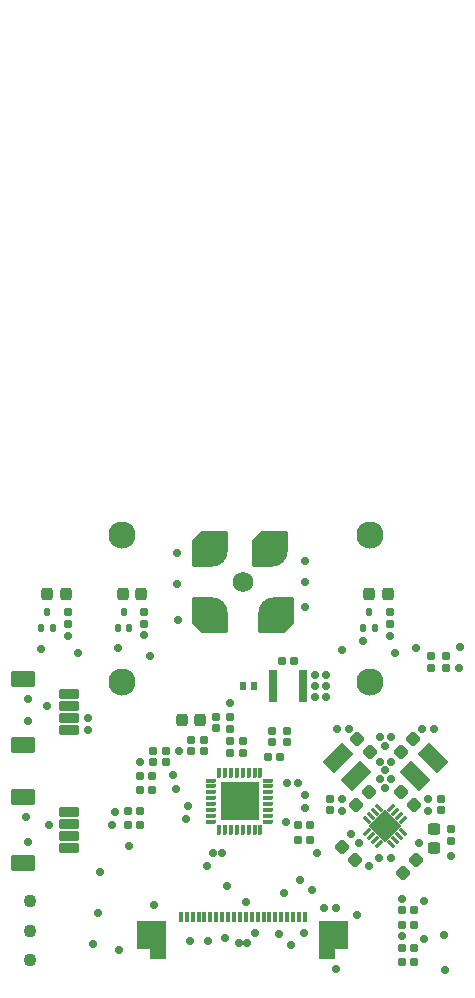
<source format=gbr>
%TF.GenerationSoftware,KiCad,Pcbnew,8.0.5*%
%TF.CreationDate,2025-03-05T13:38:36-05:00*%
%TF.ProjectId,minimax,6d696e69-6d61-4782-9e6b-696361645f70,rev?*%
%TF.SameCoordinates,Original*%
%TF.FileFunction,Soldermask,Top*%
%TF.FilePolarity,Negative*%
%FSLAX46Y46*%
G04 Gerber Fmt 4.6, Leading zero omitted, Abs format (unit mm)*
G04 Created by KiCad (PCBNEW 8.0.5) date 2025-03-05 13:38:36*
%MOMM*%
%LPD*%
G01*
G04 APERTURE LIST*
G04 Aperture macros list*
%AMRoundRect*
0 Rectangle with rounded corners*
0 $1 Rounding radius*
0 $2 $3 $4 $5 $6 $7 $8 $9 X,Y pos of 4 corners*
0 Add a 4 corners polygon primitive as box body*
4,1,4,$2,$3,$4,$5,$6,$7,$8,$9,$2,$3,0*
0 Add four circle primitives for the rounded corners*
1,1,$1+$1,$2,$3*
1,1,$1+$1,$4,$5*
1,1,$1+$1,$6,$7*
1,1,$1+$1,$8,$9*
0 Add four rect primitives between the rounded corners*
20,1,$1+$1,$2,$3,$4,$5,0*
20,1,$1+$1,$4,$5,$6,$7,0*
20,1,$1+$1,$6,$7,$8,$9,0*
20,1,$1+$1,$8,$9,$2,$3,0*%
%AMFreePoly0*
4,1,17,0.685355,1.560355,0.700000,1.525000,0.700000,-1.525000,0.685355,-1.560355,0.650000,-1.575000,-0.650000,-1.575000,-0.685355,-1.560355,-0.700000,-1.525001,-0.700010,-0.725000,-1.750011,-0.725000,-1.785366,-0.710355,-1.800011,-0.675000,-1.800011,1.525000,-1.785366,1.560355,-1.750011,1.575000,0.650000,1.575000,0.685355,1.560355,0.685355,1.560355,$1*%
%AMFreePoly1*
4,1,17,1.785366,1.560355,1.800011,1.525000,1.800011,-0.675000,1.785366,-0.710355,1.750011,-0.725000,0.700010,-0.725000,0.700000,-1.525001,0.685355,-1.560356,0.650000,-1.575000,-0.650000,-1.575000,-0.685355,-1.560355,-0.700000,-1.525000,-0.700000,1.525000,-0.685355,1.560355,-0.650000,1.575000,1.750011,1.575000,1.785366,1.560355,1.785366,1.560355,$1*%
%AMFreePoly2*
4,1,49,1.709133,1.231194,1.726811,1.223872,1.753872,1.196813,1.753872,1.196811,1.761194,1.179133,1.765000,1.160000,1.765000,-0.940000,1.761194,-0.959133,1.753872,-0.976811,1.743033,-0.993033,0.993033,-1.743033,0.976811,-1.753872,0.959133,-1.761194,0.940000,-1.765000,-1.160000,-1.765000,-1.179133,-1.761194,-1.196811,-1.753872,-1.223872,-1.726813,-1.223872,-1.726811,-1.231194,-1.709133,
-1.235000,-1.690000,-1.235000,0.000000,-1.231194,0.019133,-1.223872,0.036811,-1.213033,0.053034,-1.204510,0.061556,-1.190036,0.217762,-1.188340,0.226832,-1.129759,0.432723,-1.126426,0.441327,-1.031010,0.632948,-1.026153,0.640793,-0.897151,0.811619,-0.890935,0.818437,-0.732741,0.962650,-0.725378,0.968211,-0.543378,1.080900,-0.535118,1.085013,-0.335511,1.162342,-0.326636,1.164867,
-0.116218,1.204201,-0.107031,1.205052,-0.061014,1.205052,-0.053033,1.213033,-0.036811,1.223872,-0.019133,1.231194,0.000000,1.235000,1.690000,1.235000,1.709133,1.231194,1.709133,1.231194,$1*%
%AMFreePoly3*
4,1,49,0.019133,1.231194,0.036811,1.223872,0.053033,1.213033,0.061014,1.205052,0.107031,1.205052,0.116218,1.204201,0.326636,1.164867,0.335511,1.162342,0.535118,1.085013,0.543378,1.080900,0.725378,0.968211,0.732741,0.962650,0.890935,0.818437,0.897151,0.811619,1.026153,0.640793,1.031010,0.632948,1.126426,0.441327,1.129759,0.432723,1.188340,0.226832,1.190036,0.217762,
1.204510,0.061556,1.213033,0.053034,1.223872,0.036811,1.231194,0.019133,1.235000,0.000000,1.235000,-1.690000,1.231194,-1.709133,1.223872,-1.726811,1.196813,-1.753872,1.196811,-1.753872,1.179133,-1.761194,1.160000,-1.765000,-0.940000,-1.765000,-0.959133,-1.761194,-0.976811,-1.753872,-0.993033,-1.743033,-1.743033,-0.993033,-1.753872,-0.976811,-1.761194,-0.959133,-1.765000,-0.940000,
-1.765000,1.160000,-1.761194,1.179133,-1.753872,1.196811,-1.726813,1.223872,-1.726811,1.223872,-1.709133,1.231194,-1.690000,1.235000,0.000000,1.235000,0.019133,1.231194,0.019133,1.231194,$1*%
%AMFreePoly4*
4,1,49,1.179133,1.761194,1.196811,1.753872,1.223872,1.726813,1.223872,1.726811,1.231194,1.709133,1.235000,1.690000,1.235000,0.000000,1.231194,-0.019133,1.223872,-0.036811,1.213033,-0.053034,1.204510,-0.061556,1.190036,-0.217762,1.188340,-0.226832,1.129759,-0.432723,1.126426,-0.441327,1.031010,-0.632948,1.026153,-0.640793,0.897151,-0.811619,0.890935,-0.818437,0.732741,-0.962650,
0.725378,-0.968211,0.543378,-1.080900,0.535118,-1.085013,0.335511,-1.162342,0.326636,-1.164867,0.116218,-1.204201,0.107031,-1.205052,0.061014,-1.205052,0.053033,-1.213033,0.036811,-1.223872,0.019133,-1.231194,0.000000,-1.235000,-1.690000,-1.235000,-1.709133,-1.231194,-1.726811,-1.223872,-1.753872,-1.196813,-1.753872,-1.196811,-1.761194,-1.179133,-1.765000,-1.160000,-1.765000,0.940000,
-1.761194,0.959133,-1.753872,0.976811,-1.743033,0.993033,-0.993033,1.743033,-0.976811,1.753872,-0.959133,1.761194,-0.940000,1.765000,1.160000,1.765000,1.179133,1.761194,1.179133,1.761194,$1*%
G04 Aperture macros list end*
%ADD10RoundRect,0.125000X-0.125000X0.180000X-0.125000X-0.180000X0.125000X-0.180000X0.125000X0.180000X0*%
%ADD11RoundRect,0.165000X0.195000X-0.165000X0.195000X0.165000X-0.195000X0.165000X-0.195000X-0.165000X0*%
%ADD12RoundRect,0.050000X-0.150000X-0.400000X0.150000X-0.400000X0.150000X0.400000X-0.150000X0.400000X0*%
%ADD13FreePoly0,0.000000*%
%ADD14FreePoly1,0.000000*%
%ADD15RoundRect,0.250000X0.250000X0.275000X-0.250000X0.275000X-0.250000X-0.275000X0.250000X-0.275000X0*%
%ADD16RoundRect,0.160000X0.160000X0.210000X-0.160000X0.210000X-0.160000X-0.210000X0.160000X-0.210000X0*%
%ADD17RoundRect,0.250000X-0.017678X0.371231X-0.371231X0.017678X0.017678X-0.371231X0.371231X-0.017678X0*%
%ADD18RoundRect,0.050000X0.161645X-0.341250X0.341250X-0.161645X-0.161645X0.341250X-0.341250X0.161645X0*%
%ADD19RoundRect,0.050000X-0.341250X-0.161645X-0.161645X-0.341250X0.341250X0.161645X0.161645X0.341250X0*%
%ADD20RoundRect,0.050000X-1.347038X0.000000X0.000000X-1.347038X1.347038X0.000000X0.000000X1.347038X0*%
%ADD21RoundRect,0.243750X-0.243750X-0.281250X0.243750X-0.281250X0.243750X0.281250X-0.243750X0.281250X0*%
%ADD22RoundRect,0.165000X-0.195000X0.165000X-0.195000X-0.165000X0.195000X-0.165000X0.195000X0.165000X0*%
%ADD23RoundRect,0.160000X0.210000X-0.160000X0.210000X0.160000X-0.210000X0.160000X-0.210000X-0.160000X0*%
%ADD24C,1.100000*%
%ADD25RoundRect,0.160000X-0.160000X-0.210000X0.160000X-0.210000X0.160000X0.210000X-0.160000X0.210000X0*%
%ADD26RoundRect,0.160000X-0.210000X0.160000X-0.210000X-0.160000X0.210000X-0.160000X0.210000X0.160000X0*%
%ADD27RoundRect,0.050000X-0.381000X0.127000X-0.381000X-0.127000X0.381000X-0.127000X0.381000X0.127000X0*%
%ADD28RoundRect,0.050000X0.127000X0.381000X-0.127000X0.381000X-0.127000X-0.381000X0.127000X-0.381000X0*%
%ADD29RoundRect,0.050000X1.600200X1.600200X-1.600200X1.600200X-1.600200X-1.600200X1.600200X-1.600200X0*%
%ADD30RoundRect,0.050000X-0.341250X1.221315X-1.221315X0.341250X0.341250X-1.221315X1.221315X-0.341250X0*%
%ADD31RoundRect,0.102000X-0.775000X0.300000X-0.775000X-0.300000X0.775000X-0.300000X0.775000X0.300000X0*%
%ADD32RoundRect,0.102000X-0.900000X0.600000X-0.900000X-0.600000X0.900000X-0.600000X0.900000X0.600000X0*%
%ADD33RoundRect,0.250000X-0.371231X-0.017678X-0.017678X-0.371231X0.371231X0.017678X0.017678X0.371231X0*%
%ADD34RoundRect,0.250000X0.017678X-0.371231X0.371231X-0.017678X-0.017678X0.371231X-0.371231X0.017678X0*%
%ADD35RoundRect,0.250000X0.371231X0.017678X0.017678X0.371231X-0.371231X-0.017678X-0.017678X-0.371231X0*%
%ADD36RoundRect,0.050000X-0.325000X1.325000X-0.325000X-1.325000X0.325000X-1.325000X0.325000X1.325000X0*%
%ADD37RoundRect,0.050000X-1.221315X-0.341250X-0.341250X-1.221315X1.221315X0.341250X0.341250X1.221315X0*%
%ADD38C,2.300000*%
%ADD39C,1.750000*%
%ADD40FreePoly2,180.000000*%
%ADD41FreePoly3,180.000000*%
%ADD42FreePoly4,90.000000*%
%ADD43FreePoly4,180.000000*%
%ADD44RoundRect,0.250000X-0.275000X0.250000X-0.275000X-0.250000X0.275000X-0.250000X0.275000X0.250000X0*%
%ADD45RoundRect,0.050000X-0.190000X0.330000X-0.190000X-0.330000X0.190000X-0.330000X0.190000X0.330000X0*%
%ADD46C,0.700000*%
G04 APERTURE END LIST*
D10*
%TO.C,Q3*%
X160200000Y-97845000D03*
X161200000Y-97845000D03*
X160700000Y-96555000D03*
%TD*%
D11*
%TO.C,C15*%
X166746447Y-113330000D03*
X166746447Y-112370000D03*
%TD*%
D12*
%TO.C,J1*%
X144750010Y-122350000D03*
X145250010Y-122350000D03*
X145750011Y-122350000D03*
X146250010Y-122350000D03*
X146750012Y-122350000D03*
X147250011Y-122350000D03*
X147750010Y-122350000D03*
X148250011Y-122350000D03*
X148750010Y-122350000D03*
X149250012Y-122350000D03*
X149750011Y-122350000D03*
X150250010Y-122350000D03*
X150750011Y-122350000D03*
X151250010Y-122350000D03*
X151750009Y-122350000D03*
X152250011Y-122350000D03*
X152750010Y-122350000D03*
X153250011Y-122350000D03*
X153750010Y-122350000D03*
X154250009Y-122350000D03*
X154750011Y-122350000D03*
X155250010Y-122350000D03*
D13*
X142850011Y-124275000D03*
D14*
X157149989Y-124275000D03*
%TD*%
D15*
%TO.C,C3*%
X146375000Y-105700000D03*
X144825000Y-105700000D03*
%TD*%
D11*
%TO.C,C1*%
X153700000Y-107530000D03*
X153700000Y-106570000D03*
%TD*%
D16*
%TO.C,R19*%
X155710000Y-114600000D03*
X154690000Y-114600000D03*
%TD*%
D17*
%TO.C,C19*%
X164671232Y-117551992D03*
X163575216Y-118648008D03*
%TD*%
D18*
%TO.C,U2*%
X161553029Y-113095920D03*
X161199474Y-113449474D03*
X160845921Y-113803027D03*
X160492367Y-114156582D03*
D19*
X160492367Y-115143418D03*
X160845921Y-115496973D03*
X161199474Y-115850526D03*
X161553029Y-116204080D03*
D18*
X162539865Y-116204080D03*
X162893420Y-115850526D03*
X163246973Y-115496973D03*
X163600527Y-115143418D03*
D19*
X163600527Y-114156582D03*
X163246973Y-113803027D03*
X162893420Y-113449474D03*
X162539865Y-113095920D03*
D20*
X162046447Y-114650000D03*
%TD*%
D21*
%TO.C,D1*%
X133412500Y-95000000D03*
X134987500Y-95000000D03*
%TD*%
D16*
%TO.C,R10*%
X164510000Y-121800000D03*
X163490000Y-121800000D03*
%TD*%
D22*
%TO.C,C13*%
X157346447Y-112370000D03*
X157346447Y-113330000D03*
%TD*%
D23*
%TO.C,R8*%
X141600000Y-97510000D03*
X141600000Y-96490000D03*
%TD*%
D11*
%TO.C,C10*%
X148938900Y-108430000D03*
X148938900Y-107470000D03*
%TD*%
D24*
%TO.C,TP1*%
X132000000Y-126000000D03*
%TD*%
D11*
%TO.C,C8*%
X143475000Y-109230000D03*
X143475000Y-108270000D03*
%TD*%
%TO.C,C6*%
X145600000Y-108330000D03*
X145600000Y-107370000D03*
%TD*%
%TO.C,C2*%
X152450000Y-107530000D03*
X152450000Y-106570000D03*
%TD*%
D25*
%TO.C,R6*%
X141290000Y-111600000D03*
X142310000Y-111600000D03*
%TD*%
D11*
%TO.C,C9*%
X149988900Y-108430000D03*
X149988900Y-107470000D03*
%TD*%
D26*
%TO.C,R1*%
X167200000Y-100290000D03*
X167200000Y-101310000D03*
%TD*%
D21*
%TO.C,D3*%
X160712500Y-95000000D03*
X162287500Y-95000000D03*
%TD*%
D27*
%TO.C,U1*%
X152164600Y-114299999D03*
X152164600Y-113800000D03*
X152164600Y-113300001D03*
X152164600Y-112800000D03*
X152164600Y-112300000D03*
X152164600Y-111799999D03*
X152164600Y-111300000D03*
X152164600Y-110800001D03*
D28*
X151488899Y-110124300D03*
X150988900Y-110124300D03*
X150488901Y-110124300D03*
X149988900Y-110124300D03*
X149488900Y-110124300D03*
X148988899Y-110124300D03*
X148488900Y-110124300D03*
X147988901Y-110124300D03*
D27*
X147313200Y-110800001D03*
X147313200Y-111300000D03*
X147313200Y-111799999D03*
X147313200Y-112300000D03*
X147313200Y-112800000D03*
X147313200Y-113300001D03*
X147313200Y-113800000D03*
X147313200Y-114299999D03*
D28*
X147988901Y-114975700D03*
X148488900Y-114975700D03*
X148988899Y-114975700D03*
X149488900Y-114975700D03*
X149988900Y-114975700D03*
X150488901Y-114975700D03*
X150988900Y-114975700D03*
X151488899Y-114975700D03*
D29*
X149738900Y-112550000D03*
%TD*%
D16*
%TO.C,R3*%
X141310000Y-114600000D03*
X140290000Y-114600000D03*
%TD*%
%TO.C,R2*%
X141310000Y-113400000D03*
X140290000Y-113400000D03*
%TD*%
D25*
%TO.C,R11*%
X163490000Y-126200000D03*
X164510000Y-126200000D03*
%TD*%
D10*
%TO.C,Q1*%
X132900000Y-97845000D03*
X133900000Y-97845000D03*
X133400000Y-96555000D03*
%TD*%
D30*
%TO.C,L4*%
X166059769Y-108886678D03*
X164533125Y-110413322D03*
%TD*%
D23*
%TO.C,R7*%
X135200000Y-97510000D03*
X135200000Y-96490000D03*
%TD*%
%TO.C,R16*%
X162500000Y-97510000D03*
X162500000Y-96490000D03*
%TD*%
D11*
%TO.C,C5*%
X146700000Y-108330000D03*
X146700000Y-107370000D03*
%TD*%
D17*
%TO.C,C16*%
X164444455Y-107301992D03*
X163348439Y-108398008D03*
%TD*%
D31*
%TO.C,J4*%
X135275000Y-113500000D03*
X135275000Y-114500000D03*
X135275000Y-115500000D03*
X135275000Y-116500000D03*
D32*
X131400000Y-112200000D03*
X131400000Y-117800000D03*
%TD*%
D23*
%TO.C,R14*%
X148900000Y-106410000D03*
X148900000Y-105390000D03*
%TD*%
D33*
%TO.C,C14*%
X159648439Y-107301992D03*
X160744455Y-108398008D03*
%TD*%
D26*
%TO.C,R15*%
X167623224Y-114940000D03*
X167623224Y-115960000D03*
%TD*%
D21*
%TO.C,D2*%
X139812500Y-95000000D03*
X141387500Y-95000000D03*
%TD*%
D25*
%TO.C,R18*%
X152090000Y-108825000D03*
X153110000Y-108825000D03*
%TD*%
D16*
%TO.C,R13*%
X154310000Y-100700000D03*
X153290000Y-100700000D03*
%TD*%
D24*
%TO.C,TP2*%
X132000000Y-123500000D03*
%TD*%
D34*
%TO.C,C11*%
X159598439Y-112898008D03*
X160694455Y-111801992D03*
%TD*%
D35*
%TO.C,C18*%
X159494455Y-117548008D03*
X158398439Y-116451992D03*
%TD*%
D26*
%TO.C,R5*%
X165900000Y-100290000D03*
X165900000Y-101310000D03*
%TD*%
D36*
%TO.C,L1*%
X155070000Y-102800000D03*
X152530000Y-102800000D03*
%TD*%
D37*
%TO.C,L3*%
X158033125Y-108886678D03*
X159559769Y-110413322D03*
%TD*%
D25*
%TO.C,R4*%
X141290000Y-110400000D03*
X142310000Y-110400000D03*
%TD*%
D38*
%TO.C,J5*%
X139750000Y-90000000D03*
X139750000Y-102500000D03*
X160750000Y-90000000D03*
X160750000Y-102500000D03*
%TD*%
D10*
%TO.C,Q2*%
X139400000Y-97845000D03*
X140400000Y-97845000D03*
X139900000Y-96555000D03*
%TD*%
D39*
%TO.C,J2*%
X150000000Y-94000000D03*
D40*
X152540000Y-96540000D03*
D41*
X147460000Y-96540000D03*
D42*
X152550000Y-91450000D03*
D43*
X147460000Y-91460000D03*
%TD*%
D24*
%TO.C,TP3*%
X132000000Y-121000000D03*
%TD*%
D16*
%TO.C,R17*%
X155710000Y-115800000D03*
X154690000Y-115800000D03*
%TD*%
D11*
%TO.C,C7*%
X142375000Y-109230000D03*
X142375000Y-108270000D03*
%TD*%
D16*
%TO.C,R9*%
X164510000Y-125000000D03*
X163490000Y-125000000D03*
%TD*%
D44*
%TO.C,C17*%
X166173224Y-114925000D03*
X166173224Y-116475000D03*
%TD*%
D25*
%TO.C,R12*%
X163490000Y-123000000D03*
X164510000Y-123000000D03*
%TD*%
D35*
%TO.C,C12*%
X164494455Y-112898008D03*
X163398439Y-111801992D03*
%TD*%
D45*
%TO.C,L2*%
X150940000Y-102800000D03*
X149980000Y-102800000D03*
%TD*%
D31*
%TO.C,J3*%
X135275000Y-103500000D03*
X135275000Y-104500000D03*
X135275000Y-105500000D03*
X135275000Y-106500000D03*
D32*
X131400000Y-102200000D03*
X131400000Y-107800000D03*
%TD*%
D11*
%TO.C,C4*%
X147750000Y-106380000D03*
X147750000Y-105420000D03*
%TD*%
D46*
X156300000Y-116900000D03*
X165300000Y-124200000D03*
X165300000Y-121000000D03*
X141300000Y-109225000D03*
X168300000Y-101300000D03*
X168400000Y-99500000D03*
X133412500Y-104525000D03*
X166146447Y-106400000D03*
X162546447Y-117350000D03*
X155200000Y-123750000D03*
X133550000Y-114600000D03*
X161546447Y-117350000D03*
X135200000Y-98600000D03*
X162500000Y-98600000D03*
X141600000Y-98500000D03*
X165171447Y-106400000D03*
X163500000Y-124000000D03*
X155250000Y-113100000D03*
X155225000Y-112050000D03*
X163500000Y-120800000D03*
X149635240Y-124520000D03*
X147485230Y-116940000D03*
X149738900Y-111550000D03*
X137925000Y-118550000D03*
X144475000Y-97250000D03*
X136025000Y-99975000D03*
X147050000Y-124400000D03*
X162521447Y-110650000D03*
X148900000Y-104250000D03*
X162046447Y-114650000D03*
X137300000Y-124600000D03*
X157875000Y-126725000D03*
X162521447Y-107150000D03*
X148751286Y-113537614D03*
X154100000Y-124700000D03*
X142175000Y-100250000D03*
X150738900Y-111550000D03*
X144425000Y-91575000D03*
X139500000Y-125125000D03*
X158400000Y-99725000D03*
X162046447Y-107875000D03*
X150738900Y-112550000D03*
X140397879Y-116337024D03*
X148690000Y-119760000D03*
X162850000Y-114650000D03*
X167000000Y-123900000D03*
X131825000Y-103925000D03*
X148500000Y-124100000D03*
X162050000Y-113850000D03*
X155300000Y-96100000D03*
X148738900Y-112550000D03*
X149738900Y-112550000D03*
X161571447Y-109200000D03*
X162521447Y-109200000D03*
X162021447Y-111400000D03*
X149738900Y-113550000D03*
X131850000Y-105775000D03*
X131675000Y-113900000D03*
X144425000Y-94200000D03*
X167125000Y-126850000D03*
X151020000Y-123720000D03*
X155300000Y-92200000D03*
X142500000Y-121300000D03*
X161571447Y-107150000D03*
X162850000Y-100000000D03*
X137700000Y-122000000D03*
X155300000Y-94000000D03*
X161571447Y-110650000D03*
X161250000Y-114650000D03*
X150270000Y-121110000D03*
X162046447Y-109925000D03*
X150738900Y-113550000D03*
X147000000Y-118020000D03*
X145500000Y-124350000D03*
X162050000Y-115425000D03*
X159675000Y-122225000D03*
X148738900Y-111550000D03*
X164873224Y-116050000D03*
X131850000Y-116000000D03*
X148214770Y-116940000D03*
X150364780Y-124520000D03*
X155850000Y-120050000D03*
X136850000Y-105500000D03*
X139150000Y-113500000D03*
X154650000Y-111050000D03*
X154800000Y-119200000D03*
X136850000Y-106500000D03*
X153700000Y-111000000D03*
X138900000Y-114550000D03*
X158421447Y-113375000D03*
X158421447Y-112400000D03*
X156100000Y-103700000D03*
X165671447Y-112400000D03*
X156100000Y-101900000D03*
X165671447Y-113375000D03*
X157000000Y-102800000D03*
X156100000Y-102800000D03*
X157000000Y-103700000D03*
X157000000Y-101900000D03*
X153500000Y-120300000D03*
X145325000Y-112950000D03*
X153650000Y-114350000D03*
X153050000Y-123800000D03*
X160696447Y-118000000D03*
X144575000Y-108300000D03*
X164700000Y-99600000D03*
X159796447Y-116100000D03*
X157946447Y-106400000D03*
X158946447Y-106400000D03*
X157900000Y-121600000D03*
X144100000Y-110300000D03*
X132900000Y-99700000D03*
X144300000Y-111500000D03*
X139400000Y-99600000D03*
X160200000Y-99000000D03*
X159146447Y-115300000D03*
X167623224Y-117200000D03*
X156900000Y-121600000D03*
X145200000Y-114075000D03*
M02*

</source>
